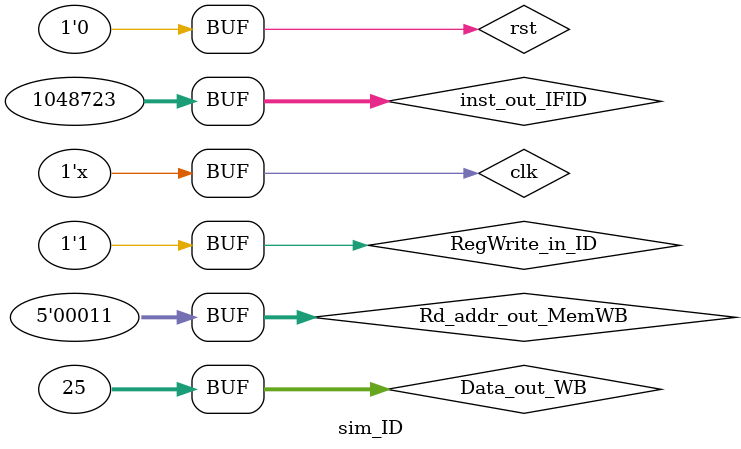
<source format=v>
`timescale 1ns / 1ps


module sim_ID;
reg clk,rst,RegWrite_in_ID;
reg [31:0] Data_out_WB,inst_out_IFID;
reg [4:0] Rd_addr_out_MemWB;

wire [4:0] Rd_addr_out_ID,rs1_ex,rs2_ex;
wire [31:0] Imm_out_ID,Rs1_out_ID,Rs2_out_ID;
wire ALUSrc_B_ID,Branch_ID,BranchN_ID,MemRW_ID,Jump_ID,MemtoReg_ID,RegWrite_out_ID;
wire [3:0] ALU_control_ID;
wire [1023:0] Reg_value;
Pipeline_ID Instruction_Decoder (.clk_ID(clk),.rst_ID(rst),
.RegWrite_in_ID(RegWrite_in_ID),.Rd_addr_ID(Rd_addr_out_MemWB),
.Wt_data_ID(Data_out_WB),.Inst_in_ID(inst_out_IFID),
.Rd_addr_out_ID(Rd_addr_out_ID),.Rs1_out_ID(Rs1_out_ID),
.Rs2_out_ID(Rs2_out_ID),.Imm_out_ID(Imm_out_ID),.ALUSrc_B_ID(ALUSrc_B_ID),
.ALU_control_ID(ALU_control_ID),.Branch_ID(Branch_ID),.BranchN_ID(BranchN_ID),
.MemRW_ID(MemRW_ID),.Jump_ID(Jump_ID),.MemtoReg_ID(MemtoReg_ID),
.RegWrite_out_ID(RegWrite_out_ID),.Reg_value(Reg_value),.rs1_ex(rs1_ex),.rs2_ex(rs2_ex));


initial begin
rst = 1;
clk = 0;
#100;
rst = 0;
RegWrite_in_ID = 1;
inst_out_IFID = 32'h00100093;
Rd_addr_out_MemWB = 3;
Data_out_WB = 25;
end
always begin
    clk = ~clk;#10;
end
endmodule

</source>
